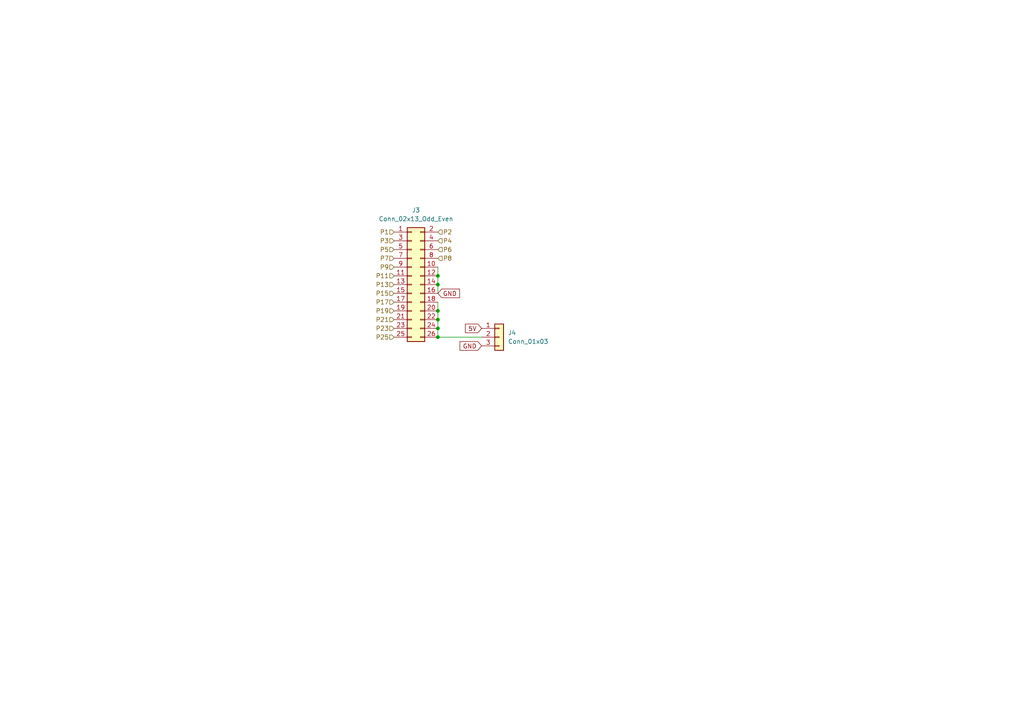
<source format=kicad_sch>
(kicad_sch (version 20231120) (generator "eeschema") (generator_version "8.0")
  (paper "A4")
  (lib_symbols
    (symbol "Connector_Generic:Conn_01x03" (pin_names (offset 1.016) hide)
      (property "Reference" "J" (at 0 5.08 0))
      (property "Value" "Conn_01x03" (at 0 -5.08 0))
      (symbol "Conn_01x03_1_1"
        (rectangle (start -1.27 -2.413) (end 0 -2.667) (stroke (width 0.1524)))
        (rectangle (start -1.27 0.127) (end 0 -0.127) (stroke (width 0.1524)))
        (rectangle (start -1.27 2.667) (end 0 2.413) (stroke (width 0.1524)))
        (rectangle (start -1.27 3.81) (end 1.27 -3.81) (stroke (width 0.254)) (fill (type background)))
        (pin passive line (at -5.08 2.54 0) (length 3.81) (name "Pin_1") (number "1"))
        (pin passive line (at -5.08 0 0) (length 3.81) (name "Pin_2") (number "2"))
        (pin passive line (at -5.08 -2.54 0) (length 3.81) (name "Pin_3") (number "3"))
      )
    )
    (symbol "Connector_Generic:Conn_02x13_Odd_Even" (pin_names (offset 1.016) hide)
      (property "Reference" "J" (at 1.27 17.78 0))
      (property "Value" "Conn_02x13_Odd_Even" (at 1.27 -17.78 0))
      (symbol "Conn_02x13_Odd_Even_1_1"
        (rectangle (start -1.27 -15.113) (end 0 -15.367) (stroke (width 0.1524)))
        (rectangle (start -1.27 -12.573) (end 0 -12.827) (stroke (width 0.1524)))
        (rectangle (start -1.27 -10.033) (end 0 -10.287) (stroke (width 0.1524)))
        (rectangle (start -1.27 -7.493) (end 0 -7.747) (stroke (width 0.1524)))
        (rectangle (start -1.27 -4.953) (end 0 -5.207) (stroke (width 0.1524)))
        (rectangle (start -1.27 -2.413) (end 0 -2.667) (stroke (width 0.1524)))
        (rectangle (start -1.27 0.127) (end 0 -0.127) (stroke (width 0.1524)))
        (rectangle (start -1.27 2.667) (end 0 2.413) (stroke (width 0.1524)))
        (rectangle (start -1.27 5.207) (end 0 4.953) (stroke (width 0.1524)))
        (rectangle (start -1.27 7.747) (end 0 7.493) (stroke (width 0.1524)))
        (rectangle (start -1.27 10.287) (end 0 10.033) (stroke (width 0.1524)))
        (rectangle (start -1.27 12.827) (end 0 12.573) (stroke (width 0.1524)))
        (rectangle (start -1.27 15.367) (end 0 15.113) (stroke (width 0.1524)))
        (rectangle (start -1.27 16.51) (end 3.81 -16.51) (stroke (width 0.254)) (fill (type background)))
        (rectangle (start 3.81 -15.113) (end 2.54 -15.367) (stroke (width 0.1524)))
        (rectangle (start 3.81 -12.573) (end 2.54 -12.827) (stroke (width 0.1524)))
        (rectangle (start 3.81 -10.033) (end 2.54 -10.287) (stroke (width 0.1524)))
        (rectangle (start 3.81 -7.493) (end 2.54 -7.747) (stroke (width 0.1524)))
        (rectangle (start 3.81 -4.953) (end 2.54 -5.207) (stroke (width 0.1524)))
        (rectangle (start 3.81 -2.413) (end 2.54 -2.667) (stroke (width 0.1524)))
        (rectangle (start 3.81 0.127) (end 2.54 -0.127) (stroke (width 0.1524)))
        (rectangle (start 3.81 2.667) (end 2.54 2.413) (stroke (width 0.1524)))
        (rectangle (start 3.81 5.207) (end 2.54 4.953) (stroke (width 0.1524)))
        (rectangle (start 3.81 7.747) (end 2.54 7.493) (stroke (width 0.1524)))
        (rectangle (start 3.81 10.287) (end 2.54 10.033) (stroke (width 0.1524)))
        (rectangle (start 3.81 12.827) (end 2.54 12.573) (stroke (width 0.1524)))
        (rectangle (start 3.81 15.367) (end 2.54 15.113) (stroke (width 0.1524)))
        (pin passive line (at -5.08 15.24 0) (length 3.81) (name "Pin_1") (number "1"))
        (pin passive line (at 7.62 5.08 180) (length 3.81) (name "Pin_10") (number "10"))
        (pin passive line (at -5.08 2.54 0) (length 3.81) (name "Pin_11") (number "11"))
        (pin passive line (at 7.62 2.54 180) (length 3.81) (name "Pin_12") (number "12"))
        (pin passive line (at -5.08 0 0) (length 3.81) (name "Pin_13") (number "13"))
        (pin passive line (at 7.62 0 180) (length 3.81) (name "Pin_14") (number "14"))
        (pin passive line (at -5.08 -2.54 0) (length 3.81) (name "Pin_15") (number "15"))
        (pin passive line (at 7.62 -2.54 180) (length 3.81) (name "Pin_16") (number "16"))
        (pin passive line (at -5.08 -5.08 0) (length 3.81) (name "Pin_17") (number "17"))
        (pin passive line (at 7.62 -5.08 180) (length 3.81) (name "Pin_18") (number "18"))
        (pin passive line (at -5.08 -7.62 0) (length 3.81) (name "Pin_19") (number "19"))
        (pin passive line (at 7.62 15.24 180) (length 3.81) (name "Pin_2") (number "2"))
        (pin passive line (at 7.62 -7.62 180) (length 3.81) (name "Pin_20") (number "20"))
        (pin passive line (at -5.08 -10.16 0) (length 3.81) (name "Pin_21") (number "21"))
        (pin passive line (at 7.62 -10.16 180) (length 3.81) (name "Pin_22") (number "22"))
        (pin passive line (at -5.08 -12.7 0) (length 3.81) (name "Pin_23") (number "23"))
        (pin passive line (at 7.62 -12.7 180) (length 3.81) (name "Pin_24") (number "24"))
        (pin passive line (at -5.08 -15.24 0) (length 3.81) (name "Pin_25") (number "25"))
        (pin passive line (at 7.62 -15.24 180) (length 3.81) (name "Pin_26") (number "26"))
        (pin passive line (at -5.08 12.7 0) (length 3.81) (name "Pin_3") (number "3"))
        (pin passive line (at 7.62 12.7 180) (length 3.81) (name "Pin_4") (number "4"))
        (pin passive line (at -5.08 10.16 0) (length 3.81) (name "Pin_5") (number "5"))
        (pin passive line (at 7.62 10.16 180) (length 3.81) (name "Pin_6") (number "6"))
        (pin passive line (at -5.08 7.62 0) (length 3.81) (name "Pin_7") (number "7"))
        (pin passive line (at 7.62 7.62 180) (length 3.81) (name "Pin_8") (number "8"))
        (pin passive line (at -5.08 5.08 0) (length 3.81) (name "Pin_9") (number "9"))
      )
    )
  )
  (junction (at 127 97.79))
  (junction (at 127 92.71))
  (junction (at 127 90.17))
  (junction (at 127 80.01))
  (junction (at 127 82.55))
  (junction (at 127 95.25))
  (wire (pts (xy 127 77.47) (xy 127 80.01)))
  (wire (pts (xy 127 80.01) (xy 127 82.55)))
  (wire (pts (xy 127 87.63) (xy 127 90.17)))
  (wire (pts (xy 127 82.55) (xy 127 85.09)))
  (wire (pts (xy 127 92.71) (xy 127 95.25)))
  (wire (pts (xy 127 97.79) (xy 139.7 97.79)))
  (wire (pts (xy 127 95.25) (xy 127 97.79)))
  (wire (pts (xy 127 90.17) (xy 127 92.71)))
  (global_label "GND" (shape input) (at 127 85.09 0) (property "Intersheetrefs" "${INTERSHEET_REFS}" (effects (hide yes))))
  (global_label "5V" (shape input) (at 139.7 95.25 180) (property "Intersheetrefs" "${INTERSHEET_REFS}" (effects (hide yes))))
  (global_label "GND" (shape input) (at 139.7 100.33 180) (property "Intersheetrefs" "${INTERSHEET_REFS}" (effects (hide yes))))
  (hierarchical_label "P19" (shape input) (at 114.3 90.17 180))
  (hierarchical_label "P4" (shape input) (at 127 69.85 0))
  (hierarchical_label "P7" (shape input) (at 114.3 74.93 180))
  (hierarchical_label "P11" (shape input) (at 114.3 80.01 180))
  (hierarchical_label "P17" (shape input) (at 114.3 87.63 180))
  (hierarchical_label "P25" (shape input) (at 114.3 97.79 180))
  (hierarchical_label "P13" (shape input) (at 114.3 82.55 180))
  (hierarchical_label "P1" (shape input) (at 114.3 67.31 180))
  (hierarchical_label "P9" (shape input) (at 114.3 77.47 180))
  (hierarchical_label "P23" (shape input) (at 114.3 95.25 180))
  (hierarchical_label "P6" (shape input) (at 127 72.39 0))
  (hierarchical_label "P15" (shape input) (at 114.3 85.09 180))
  (hierarchical_label "P8" (shape input) (at 127 74.93 0))
  (hierarchical_label "P21" (shape input) (at 114.3 92.71 180))
  (hierarchical_label "P5" (shape input) (at 114.3 72.39 180))
  (hierarchical_label "P2" (shape input) (at 127 67.31 0))
  (hierarchical_label "P3" (shape input) (at 114.3 69.85 180))
  (symbol (lib_id "Connector_Generic:Conn_01x03") (at 144.78 97.79 0) (unit 1)
    (property "Reference" "J4" (at 147.32 96.5199 0) (effects (justify left)))
    (property "Value" "Conn_01x03" (at 147.32 99.0599 0) (effects (justify left)))
    (property "Footprint" "Connector_PinHeader_2.54mm:PinHeader_1x03_P2.54mm_Vertical" (effects (hide yes)))
    (property "Description" "Generic connector, single row, 01x03, script generated (kicad-library-utils/schlib/autogen/connector/)" (effects (hide yes)))
    (instances (project "rio-tangbob" (path "" (reference "J4") (unit 1)) (path "" (reference "J2") (unit 1))))
  )
  (symbol (lib_id "Connector_Generic:Conn_02x13_Odd_Even") (at 119.38 82.55 0) (unit 1)
    (property "Reference" "J3" (at 120.65 60.96 0))
    (property "Value" "Conn_02x13_Odd_Even" (at 120.65 63.5 0))
    (property "Footprint" "Connector_IDC:IDC-Header_2x13_P2.54mm_Vertical" (effects (hide yes)))
    (property "Description" "Generic connector, double row, 02x13, odd/even pin numbering scheme (row 1 odd numbers, row 2 even numbers), script generated (kicad-library-utils/schlib/autogen/connector/)" (effects (hide yes)))
    (instances (project "rio-tangbob" (path "" (reference "J3") (unit 1)) (path "" (reference "J1") (unit 1))))
  )
)
</source>
